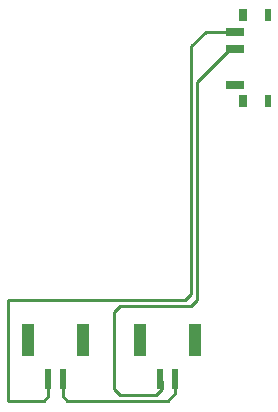
<source format=gbr>
G04 #@! TF.GenerationSoftware,KiCad,Pcbnew,(6.99.0-3982-g8d40bf25d6)*
G04 #@! TF.CreationDate,2022-10-20T10:42:06+02:00*
G04 #@! TF.ProjectId,test,74657374-2e6b-4696-9361-645f70636258,rev?*
G04 #@! TF.SameCoordinates,Original*
G04 #@! TF.FileFunction,Copper,L1,Top*
G04 #@! TF.FilePolarity,Positive*
%FSLAX46Y46*%
G04 Gerber Fmt 4.6, Leading zero omitted, Abs format (unit mm)*
G04 Created by KiCad (PCBNEW (6.99.0-3982-g8d40bf25d6)) date 2022-10-20 10:42:06*
%MOMM*%
%LPD*%
G01*
G04 APERTURE LIST*
G04 #@! TA.AperFunction,SMDPad,CuDef*
%ADD10R,1.000000X2.800000*%
G04 #@! TD*
G04 #@! TA.AperFunction,SMDPad,CuDef*
%ADD11R,0.600000X1.800000*%
G04 #@! TD*
G04 #@! TA.AperFunction,SMDPad,CuDef*
%ADD12R,1.498600X0.698500*%
G04 #@! TD*
G04 #@! TA.AperFunction,SMDPad,CuDef*
%ADD13R,0.599440X0.998220*%
G04 #@! TD*
G04 #@! TA.AperFunction,SMDPad,CuDef*
%ADD14R,0.797560X0.998220*%
G04 #@! TD*
G04 #@! TA.AperFunction,Conductor*
%ADD15C,0.250000*%
G04 #@! TD*
G04 APERTURE END LIST*
D10*
X48149999Y-116824999D03*
X52849999Y-116824999D03*
D11*
X51124999Y-120174999D03*
X49874999Y-120174999D03*
X59374999Y-120174999D03*
X60624999Y-120174999D03*
D10*
X62349999Y-116824999D03*
X57649999Y-116824999D03*
D12*
X65752479Y-90752099D03*
X65752479Y-92250699D03*
X65752479Y-95247899D03*
D13*
X68498219Y-89350019D03*
D14*
X66400179Y-89350019D03*
D13*
X68498219Y-96649979D03*
D14*
X66400179Y-96649979D03*
D15*
X59375000Y-120175000D02*
X59500000Y-120300000D01*
X59500000Y-120300000D02*
X59500000Y-121000000D01*
X56000000Y-121500000D02*
X55500000Y-121000000D01*
X59500000Y-121000000D02*
X59000000Y-121500000D01*
X56000000Y-114000000D02*
X62000000Y-114000000D01*
X59000000Y-121500000D02*
X56000000Y-121500000D01*
X55500000Y-121000000D02*
X55500000Y-114500000D01*
X55500000Y-114500000D02*
X56000000Y-114000000D01*
X62000000Y-114000000D02*
X62500000Y-113500000D01*
X62500000Y-113500000D02*
X62500000Y-95000000D01*
X62500000Y-95000000D02*
X65249300Y-92250700D01*
X65249300Y-92250700D02*
X65752480Y-92250700D01*
X51500000Y-122000000D02*
X60000000Y-122000000D01*
X51125000Y-120175000D02*
X51125000Y-121625000D01*
X51125000Y-121625000D02*
X51500000Y-122000000D01*
X60000000Y-122000000D02*
X60625000Y-121375000D01*
X60625000Y-121375000D02*
X60625000Y-120175000D01*
X46500000Y-122000000D02*
X49500000Y-122000000D01*
X49875000Y-121625000D02*
X49500000Y-122000000D01*
X49875000Y-120175000D02*
X49875000Y-121625000D01*
X61500000Y-113500000D02*
X46500000Y-113500000D01*
X62000000Y-113000000D02*
X61500000Y-113500000D01*
X63247900Y-90752100D02*
X62000000Y-92000000D01*
X62000000Y-92000000D02*
X62000000Y-113000000D01*
X65752480Y-90752100D02*
X63247900Y-90752100D01*
X46500000Y-113500000D02*
X46500000Y-122000000D01*
M02*

</source>
